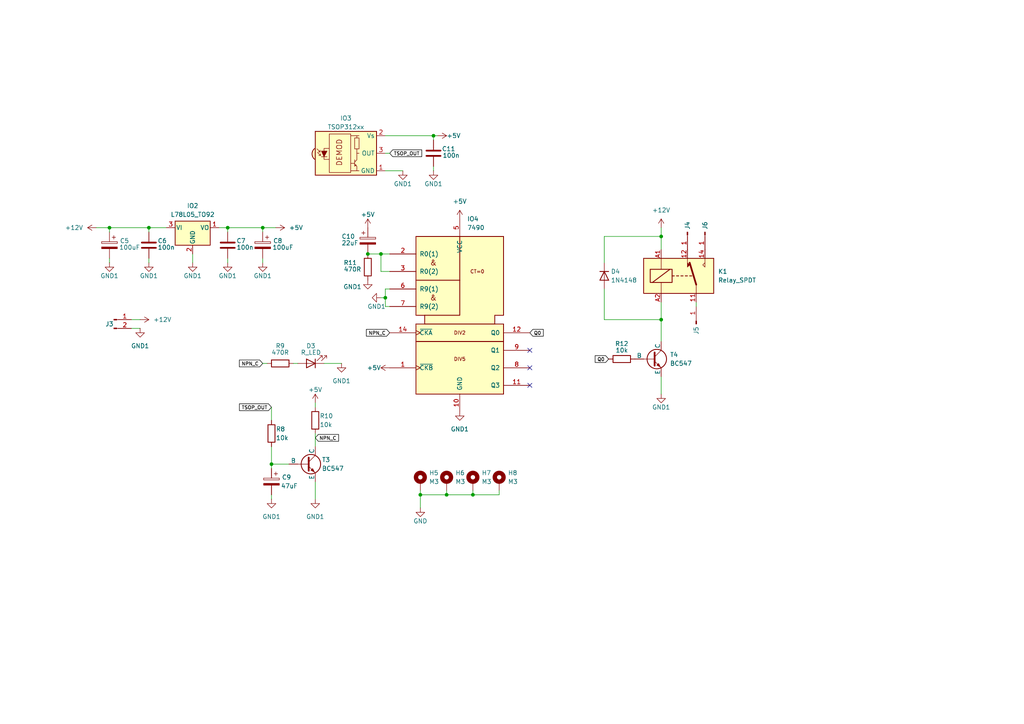
<source format=kicad_sch>
(kicad_sch (version 20250114) (generator "eeschema") (generator_version "9.0")
  (paper "A4")
  (title_block (title "IR Remote") (date "2024-09-17") (rev "v.1.0.0") (comment 3 "IR Remote, School Project "))
  (lib_symbols
    (symbol "74xx_IEEE:7490" (pin_names (offset 1.016))
      (property "Reference" "U" (at 17.78 30.48 0))
      (property "Value" "7490" (at 10.16 -5.08 0))
      (symbol "7490_0_0"
        (rectangle (start -12.7 17.78) (end 12.7 12.7) (stroke (width 0.254)) (fill (type background)))
        (rectangle (start -12.7 12.7) (end 12.7 -2.54) (stroke (width 0.254)) (fill (type background)))
        (polyline (pts (xy -10.16 17.78) (xy -10.16 20.32) (xy -12.7 20.32) (xy -12.7 43.18) (xy 12.7 43.18) (xy 12.7 20.32) (xy 10.16 20.32) (xy 10.16 17.78) (xy 10.16 17.78)) (stroke (width 0.254)) (fill (type background)))
        (polyline (pts (xy 0 43.18) (xy 0 30.48) (xy 0 30.48)) (stroke (width 0.254)) (fill (type background)))
        (polyline (pts (xy 0 30.48) (xy -12.7 30.48) (xy -12.7 30.48)) (stroke (width 0.254)) (fill (type background)))
        (polyline (pts (xy 0 30.48) (xy 0 20.32) (xy -10.16 20.32) (xy -10.16 20.32)) (stroke (width 0.254)) (fill (type background)))
        (text "&" (at -7.62 35.56 0) (effects (font (size 1.524 1.524))))
        (text "&" (at -7.62 25.4 0) (effects (font (size 1.524 1.524))))
        (text "DIV2" (at 0 15.24 0) (effects (font (size 1.016 1.016))))
        (text "DIV5" (at 0 7.62 0) (effects (font (size 1.016 1.016))))
        (text "CT=0" (at 5.08 33.02 0) (effects (font (size 1.016 1.016))))
        (pin power_in line (at 0 48.26 270) (length 5.08) (name "VCC") (number "5"))
        (pin power_in line (at 0 -7.62 90) (length 5.08) (name "GND") (number "10"))
      )
      (symbol "7490_1_1"
        (pin input line (at -20.32 38.1 0) (length 7.62) (name "R0(1)") (number "2"))
        (pin input line (at -20.32 33.02 0) (length 7.62) (name "R0(2)") (number "3"))
        (pin input line (at -20.32 27.94 0) (length 7.62) (name "R9(1)") (number "6"))
        (pin input line (at -20.32 22.86 0) (length 7.62) (name "R9(2)") (number "7"))
        (pin input clock (at -20.32 15.24 0) (length 7.62) (name "~{CKA}") (number "14"))
        (pin input clock (at -20.32 5.08 0) (length 7.62) (name "~{CKB}") (number "1"))
        (pin output line (at 20.32 15.24 180) (length 7.62) (name "Q0") (number "12"))
        (pin output line (at 20.32 10.16 180) (length 7.62) (name "Q1") (number "9"))
        (pin output line (at 20.32 5.08 180) (length 7.62) (name "Q2") (number "8"))
        (pin output line (at 20.32 0 180) (length 7.62) (name "Q3") (number "11"))
      )
    )
    (symbol "Connector:Conn_01x01_Pin" (pin_names (offset 1.016) (hide yes))
      (property "Reference" "J" (at 0 2.54 0))
      (property "Value" "Conn_01x01_Pin" (at 0 -2.54 0))
      (symbol "Conn_01x01_Pin_1_1"
        (rectangle (start 0.8636 0.127) (end 0 -0.127) (stroke (width 0.1524)) (fill (type outline)))
        (polyline (pts (xy 1.27 0) (xy 0.8636 0)) (stroke (width 0.1524)))
        (pin passive line (at 5.08 0 180) (length 3.81) (name "Pin_1") (number "1"))
      )
    )
    (symbol "Connector:Conn_01x02_Pin" (pin_names (offset 1.016) (hide yes))
      (property "Reference" "J" (at 0 2.54 0))
      (property "Value" "Conn_01x02_Pin" (at 0 -5.08 0))
      (symbol "Conn_01x02_Pin_1_1"
        (rectangle (start 0.8636 0.127) (end 0 -0.127) (stroke (width 0.1524)) (fill (type outline)))
        (rectangle (start 0.8636 -2.413) (end 0 -2.667) (stroke (width 0.1524)) (fill (type outline)))
        (polyline (pts (xy 1.27 0) (xy 0.8636 0)) (stroke (width 0.1524)))
        (polyline (pts (xy 1.27 -2.54) (xy 0.8636 -2.54)) (stroke (width 0.1524)))
        (pin passive line (at 5.08 0 180) (length 3.81) (name "Pin_1") (number "1"))
        (pin passive line (at 5.08 -2.54 180) (length 3.81) (name "Pin_2") (number "2"))
      )
    )
    (symbol "Device:C" (pin_numbers (hide yes)) (pin_names (offset 0.254))
      (property "Reference" "C" (at 0.635 2.54 0))
      (property "Value" "C" (at 0.635 -2.54 0))
      (symbol "C_0_1"
        (polyline (pts (xy -2.032 0.762) (xy 2.032 0.762)) (stroke (width 0.508)))
        (polyline (pts (xy -2.032 -0.762) (xy 2.032 -0.762)) (stroke (width 0.508)))
      )
      (symbol "C_1_1"
        (pin passive line (at 0 3.81 270) (length 2.794) (name "~") (number "1"))
        (pin passive line (at 0 -3.81 90) (length 2.794) (name "~") (number "2"))
      )
    )
    (symbol "Device:C_Polarized" (pin_numbers (hide yes)) (pin_names (offset 0.254))
      (property "Reference" "C" (at 0.635 2.54 0))
      (property "Value" "C_Polarized" (at 0.635 -2.54 0))
      (symbol "C_Polarized_0_1"
        (rectangle (start -2.286 0.508) (end 2.286 1.016))
        (polyline (pts (xy -1.778 2.286) (xy -0.762 2.286)))
        (polyline (pts (xy -1.27 2.794) (xy -1.27 1.778)))
        (rectangle (start 2.286 -0.508) (end -2.286 -1.016) (fill (type outline)))
      )
      (symbol "C_Polarized_1_1"
        (pin passive line (at 0 3.81 270) (length 2.794) (name "~") (number "1"))
        (pin passive line (at 0 -3.81 90) (length 2.794) (name "~") (number "2"))
      )
    )
    (symbol "Device:LED" (pin_numbers (hide yes)) (pin_names (offset 1.016) (hide yes))
      (property "Reference" "D" (at 0 2.54 0))
      (property "Value" "LED" (at 0 -2.54 0))
      (symbol "LED_0_1"
        (polyline (pts (xy -3.048 -0.762) (xy -4.572 -2.286) (xy -3.81 -2.286) (xy -4.572 -2.286) (xy -4.572 -1.524)))
        (polyline (pts (xy -1.778 -0.762) (xy -3.302 -2.286) (xy -2.54 -2.286) (xy -3.302 -2.286) (xy -3.302 -1.524)))
        (polyline (pts (xy -1.27 0) (xy 1.27 0)))
        (polyline (pts (xy -1.27 -1.27) (xy -1.27 1.27)) (stroke (width 0.254)))
        (polyline (pts (xy 1.27 -1.27) (xy 1.27 1.27) (xy -1.27 0) (xy 1.27 -1.27)) (stroke (width 0.254)))
      )
      (symbol "LED_1_1"
        (pin passive line (at -3.81 0 0) (length 2.54) (name "K") (number "1"))
        (pin passive line (at 3.81 0 180) (length 2.54) (name "A") (number "2"))
      )
    )
    (symbol "Device:R" (pin_numbers (hide yes)) (pin_names (offset 0))
      (property "Reference" "R" (at 2.032 0 90))
      (property "Value" "R" (at 0 0 90))
      (symbol "R_0_1"
        (rectangle (start -1.016 -2.54) (end 1.016 2.54) (stroke (width 0.254)))
      )
      (symbol "R_1_1"
        (pin passive line (at 0 3.81 270) (length 1.27) (name "~") (number "1"))
        (pin passive line (at 0 -3.81 90) (length 1.27) (name "~") (number "2"))
      )
    )
    (symbol "Diode:1N4148" (pin_numbers (hide yes)) (pin_names (hide yes))
      (property "Reference" "D" (at 0 2.54 0))
      (property "Value" "1N4148" (at 0 -2.54 0))
      (symbol "1N4148_0_1"
        (polyline (pts (xy -1.27 1.27) (xy -1.27 -1.27)) (stroke (width 0.254)))
        (polyline (pts (xy 1.27 1.27) (xy 1.27 -1.27) (xy -1.27 0) (xy 1.27 1.27)) (stroke (width 0.254)))
        (polyline (pts (xy 1.27 0) (xy -1.27 0)))
      )
      (symbol "1N4148_1_1"
        (pin passive line (at -3.81 0 0) (length 2.54) (name "K") (number "1"))
        (pin passive line (at 3.81 0 180) (length 2.54) (name "A") (number "2"))
      )
    )
    (symbol "Interface_Optical:TSOP312xx"
      (property "Reference" "U" (at -10.16 7.62 0))
      (property "Value" "TSOP312xx" (at -10.16 -7.62 0))
      (symbol "TSOP312xx_0_0"
        (arc (start -10.287 -1.778) (mid -11.0899 -0.1905) (end -10.287 1.397) (stroke (width 0.254)) (fill (type background)))
        (polyline (pts (xy 1.905 5.08) (xy 0.127 5.08)))
        (polyline (pts (xy 1.905 -5.08) (xy 0.127 -5.08)))
        (text "DEMOD" (at -3.175 0.254 900) (effects (font (size 1.524 1.524))))
      )
      (symbol "TSOP312xx_0_1"
        (polyline (pts (xy -8.763 0.381) (xy -9.652 1.27)))
        (polyline (pts (xy -8.763 0.381) (xy -9.271 0.381)))
        (polyline (pts (xy -8.763 0.381) (xy -8.763 0.889)))
        (polyline (pts (xy -8.636 -0.635) (xy -9.525 0.254)))
        (polyline (pts (xy -8.636 -0.635) (xy -9.144 -0.635)))
        (polyline (pts (xy -8.636 -0.635) (xy -8.636 -0.127)))
        (polyline (pts (xy -8.382 0.635) (xy -6.731 0.635) (xy -7.62 -1.016) (xy -8.382 0.635)) (fill (type outline)))
        (polyline (pts (xy -8.382 -1.016) (xy -6.731 -1.016)))
        (rectangle (start -6.096 5.588) (end 0.127 -5.588))
        (polyline (pts (xy -6.096 1.397) (xy -7.62 1.397) (xy -7.62 -1.778) (xy -6.096 -1.778)))
        (polyline (pts (xy 1.27 -1.905) (xy 1.27 -3.81)))
        (polyline (pts (xy 1.27 -2.54) (xy 1.905 -1.905) (xy 1.905 0) (xy 2.54 0)))
        (polyline (pts (xy 1.27 -2.921) (xy 0.127 -2.921)))
        (polyline (pts (xy 1.27 -3.175) (xy 1.905 -3.81) (xy 1.905 -5.08) (xy 2.54 -5.08)))
        (polyline (pts (xy 1.397 -3.556) (xy 1.524 -3.556)))
        (polyline (pts (xy 1.651 -3.556) (xy 1.524 -3.556)))
        (polyline (pts (xy 1.651 -3.556) (xy 1.651 -3.302)))
        (polyline (pts (xy 1.905 4.445) (xy 1.905 5.08) (xy 2.54 5.08)))
        (polyline (pts (xy 1.905 0) (xy 1.905 1.27)))
        (rectangle (start 2.54 1.27) (end 1.27 4.445))
        (rectangle (start 7.62 6.35) (end -10.16 -6.35) (stroke (width 0.254)) (fill (type background)))
      )
      (symbol "TSOP312xx_1_1"
        (pin power_in line (at 10.16 5.08 180) (length 2.54) (name "Vs") (number "2"))
        (pin output line (at 10.16 0 180) (length 2.54) (name "OUT") (number "3"))
        (pin power_in line (at 10.16 -5.08 180) (length 2.54) (name "GND") (number "1"))
      )
    )
    (symbol "Mechanical:MountingHole_Pad" (pin_numbers (hide yes)) (pin_names (offset 1.016) (hide yes)) (exclude_from_sim yes) (in_bom no)
      (property "Reference" "H" (at 0 6.35 0))
      (property "Value" "MountingHole_Pad" (at 0 4.445 0))
      (symbol "MountingHole_Pad_0_1"
        (circle (center 0 1.27) (radius 1.27) (stroke (width 1.27)))
      )
      (symbol "MountingHole_Pad_1_1"
        (pin input line (at 0 -2.54 90) (length 2.54) (name "1") (number "1"))
      )
    )
    (symbol "Regulator_Linear:L78L05_TO92" (pin_names (offset 0.254))
      (property "Reference" "U" (at -3.81 3.175 0))
      (property "Value" "L78L05_TO92" (at 0 3.175 0))
      (symbol "L78L05_TO92_0_1"
        (rectangle (start -5.08 -5.08) (end 5.08 1.905) (stroke (width 0.254)) (fill (type background)))
      )
      (symbol "L78L05_TO92_1_1"
        (pin power_in line (at -7.62 0 0) (length 2.54) (name "VI") (number "3"))
        (pin power_in line (at 0 -7.62 90) (length 2.54) (name "GND") (number "2"))
        (pin power_out line (at 7.62 0 180) (length 2.54) (name "VO") (number "1"))
      )
    )
    (symbol "Relay:Relay_SPDT"
      (property "Reference" "K" (at 11.43 3.81 0))
      (property "Value" "Relay_SPDT" (at 11.43 1.27 0))
      (symbol "Relay_SPDT_0_0"
        (polyline (pts (xy 7.62 5.08) (xy 7.62 2.54) (xy 6.985 3.175) (xy 7.62 3.81)))
      )
      (symbol "Relay_SPDT_0_1"
        (rectangle (start -10.16 5.08) (end 10.16 -5.08) (stroke (width 0.254)) (fill (type background)))
        (rectangle (start -8.255 1.905) (end -1.905 -1.905) (stroke (width 0.254)))
        (polyline (pts (xy -7.62 -1.905) (xy -2.54 1.905)) (stroke (width 0.254)))
        (polyline (pts (xy -5.08 5.08) (xy -5.08 1.905)))
        (polyline (pts (xy -5.08 -5.08) (xy -5.08 -1.905)))
        (polyline (pts (xy -1.905 0) (xy -1.27 0)) (stroke (width 0.254)))
        (polyline (pts (xy -0.635 0) (xy 0 0)) (stroke (width 0.254)))
        (polyline (pts (xy 0.635 0) (xy 1.27 0)) (stroke (width 0.254)))
        (polyline (pts (xy 1.905 0) (xy 2.54 0)) (stroke (width 0.254)))
        (polyline (pts (xy 2.54 5.08) (xy 2.54 2.54) (xy 3.175 3.175) (xy 2.54 3.81)) (fill (type outline)))
        (polyline (pts (xy 3.175 0) (xy 3.81 0)) (stroke (width 0.254)))
        (polyline (pts (xy 5.08 -2.54) (xy 3.175 3.81)) (stroke (width 0.508)))
        (polyline (pts (xy 5.08 -2.54) (xy 5.08 -5.08)))
      )
      (symbol "Relay_SPDT_1_1"
        (pin passive line (at -5.08 7.62 270) (length 2.54) (name "~") (number "A1"))
        (pin passive line (at -5.08 -7.62 90) (length 2.54) (name "~") (number "A2"))
        (pin passive line (at 2.54 7.62 270) (length 2.54) (name "~") (number "12"))
        (pin passive line (at 5.08 -7.62 90) (length 2.54) (name "~") (number "11"))
        (pin passive line (at 7.62 7.62 270) (length 2.54) (name "~") (number "14"))
      )
    )
    (symbol "Simulation_SPICE:NPN" (pin_numbers (hide yes)) (pin_names (offset 0))
      (property "Reference" "Q" (at -2.54 7.62 0))
      (property "Value" "NPN" (at -2.54 5.08 0))
      (symbol "NPN_0_1"
        (polyline (pts (xy -2.54 0) (xy 0.635 0)) (stroke (width 0.1524)))
        (polyline (pts (xy 0.635 1.905) (xy 0.635 -1.905) (xy 0.635 -1.905)) (stroke (width 0.508)))
        (polyline (pts (xy 0.635 0.635) (xy 2.54 2.54)))
        (polyline (pts (xy 0.635 -0.635) (xy 2.54 -2.54) (xy 2.54 -2.54)))
        (circle (center 1.27 0) (radius 2.8194) (stroke (width 0.254)))
        (polyline (pts (xy 1.27 -1.778) (xy 1.778 -1.27) (xy 2.286 -2.286) (xy 1.27 -1.778) (xy 1.27 -1.778)) (fill (type outline)))
        (polyline (pts (xy 2.794 -1.27) (xy 2.794 -1.27)) (stroke (width 0.1524)))
        (polyline (pts (xy 2.794 -1.27) (xy 2.794 -1.27)) (stroke (width 0.1524)))
      )
      (symbol "NPN_1_1"
        (pin input line (at -5.08 0 0) (length 2.54) (name "B") (number "2"))
        (pin open_collector line (at 2.54 5.08 270) (length 2.54) (name "C") (number "1"))
        (pin open_emitter line (at 2.54 -5.08 90) (length 2.54) (name "E") (number "3"))
      )
    )
    (symbol "power:+12V" (power) (pin_numbers (hide yes)) (pin_names (offset 0) (hide yes))
      (property "Value" "+12V" (at 0 3.556 0))
      (symbol "+12V_0_1"
        (polyline (pts (xy -0.762 1.27) (xy 0 2.54)))
        (polyline (pts (xy 0 2.54) (xy 0.762 1.27)))
        (polyline (pts (xy 0 0) (xy 0 2.54)))
      )
      (symbol "+12V_1_1"
        (pin power_in line (at 0 0 90) (length 0) (name "~") (number "1"))
      )
    )
    (symbol "power:+5V" (power) (pin_numbers (hide yes)) (pin_names (offset 0) (hide yes))
      (property "Value" "+5V" (at 0 3.556 0))
      (symbol "+5V_0_1"
        (polyline (pts (xy -0.762 1.27) (xy 0 2.54)))
        (polyline (pts (xy 0 2.54) (xy 0.762 1.27)))
        (polyline (pts (xy 0 0) (xy 0 2.54)))
      )
      (symbol "+5V_1_1"
        (pin power_in line (at 0 0 90) (length 0) (name "~") (number "1"))
      )
    )
    (symbol "power:GND" (power) (pin_numbers (hide yes)) (pin_names (offset 0) (hide yes))
      (property "Value" "GND" (at 0 -3.81 0))
      (symbol "GND_0_1"
        (polyline (pts (xy 0 0) (xy 0 -1.27) (xy 1.27 -1.27) (xy 0 -2.54) (xy -1.27 -1.27) (xy 0 -1.27)))
      )
      (symbol "GND_1_1"
        (pin power_in line (at 0 0 270) (length 0) (name "~") (number "1"))
      )
    )
    (symbol "power:GND1" (power) (pin_numbers (hide yes)) (pin_names (offset 0) (hide yes))
      (property "Value" "GND1" (at 0 -3.81 0))
      (symbol "GND1_0_1"
        (polyline (pts (xy 0 0) (xy 0 -1.27) (xy 1.27 -1.27) (xy 0 -2.54) (xy -1.27 -1.27) (xy 0 -1.27)))
      )
      (symbol "GND1_1_1"
        (pin power_in line (at 0 0 270) (length 0) (name "~") (number "1"))
      )
    )
  )
  (junction (at 76.2 66.04))
  (junction (at 191.77 92.71))
  (junction (at 137.16 143.51))
  (junction (at 121.92 143.51))
  (junction (at 191.77 68.58))
  (junction (at 110.49 73.66))
  (junction (at 125.73 39.37))
  (junction (at 129.54 143.51))
  (junction (at 66.04 66.04))
  (junction (at 43.18 66.04))
  (junction (at 31.75 66.04))
  (junction (at 106.68 73.66))
  (junction (at 111.76 86.36))
  (junction (at 78.74 134.62))
  (no_connect (at 153.67 111.76))
  (no_connect (at 153.67 106.68))
  (no_connect (at 153.67 101.6))
  (wire (pts (xy 27.94 66.04) (xy 31.75 66.04)))
  (wire (pts (xy 175.26 83.82) (xy 175.26 92.71)))
  (wire (pts (xy 43.18 66.04) (xy 48.26 66.04)))
  (wire (pts (xy 191.77 114.3) (xy 191.77 109.22)))
  (wire (pts (xy 110.49 73.66) (xy 113.03 73.66)))
  (wire (pts (xy 201.93 87.63) (xy 201.93 88.9)))
  (wire (pts (xy 78.74 129.54) (xy 78.74 134.62)))
  (wire (pts (xy 113.03 83.82) (xy 111.76 83.82)))
  (wire (pts (xy 55.88 76.2) (xy 55.88 73.66)))
  (wire (pts (xy 127 39.37) (xy 125.73 39.37)))
  (wire (pts (xy 43.18 74.93) (xy 43.18 76.2)))
  (wire (pts (xy 110.49 78.74) (xy 110.49 73.66)))
  (wire (pts (xy 129.54 143.51) (xy 137.16 143.51)))
  (wire (pts (xy 63.5 66.04) (xy 66.04 66.04)))
  (wire (pts (xy 125.73 40.64) (xy 125.73 39.37)))
  (wire (pts (xy 66.04 66.04) (xy 66.04 67.31)))
  (wire (pts (xy 31.75 74.93) (xy 31.75 76.2)))
  (wire (pts (xy 111.76 83.82) (xy 111.76 86.36)))
  (wire (pts (xy 191.77 66.04) (xy 191.77 68.58)))
  (wire (pts (xy 110.49 78.74) (xy 113.03 78.74)))
  (wire (pts (xy 78.74 134.62) (xy 78.74 135.89)))
  (wire (pts (xy 121.92 143.51) (xy 129.54 143.51)))
  (wire (pts (xy 116.84 49.53) (xy 111.76 49.53)))
  (wire (pts (xy 111.76 39.37) (xy 125.73 39.37)))
  (wire (pts (xy 175.26 76.2) (xy 175.26 68.58)))
  (wire (pts (xy 31.75 66.04) (xy 31.75 67.31)))
  (wire (pts (xy 86.36 105.41) (xy 85.09 105.41)))
  (wire (pts (xy 78.74 118.11) (xy 78.74 121.92)))
  (wire (pts (xy 31.75 66.04) (xy 43.18 66.04)))
  (wire (pts (xy 78.74 144.78) (xy 78.74 143.51)))
  (wire (pts (xy 111.76 88.9) (xy 113.03 88.9)))
  (wire (pts (xy 191.77 99.06) (xy 191.77 92.71)))
  (wire (pts (xy 38.1 95.25) (xy 40.64 95.25)))
  (wire (pts (xy 76.2 105.41) (xy 77.47 105.41)))
  (wire (pts (xy 121.92 143.51) (xy 121.92 142.24)))
  (wire (pts (xy 66.04 66.04) (xy 76.2 66.04)))
  (wire (pts (xy 137.16 143.51) (xy 144.78 143.51)))
  (wire (pts (xy 144.78 143.51) (xy 144.78 142.24)))
  (wire (pts (xy 91.44 116.84) (xy 91.44 118.11)))
  (wire (pts (xy 76.2 74.93) (xy 76.2 76.2)))
  (wire (pts (xy 66.04 74.93) (xy 66.04 76.2)))
  (wire (pts (xy 91.44 125.73) (xy 91.44 129.54)))
  (wire (pts (xy 175.26 68.58) (xy 191.77 68.58)))
  (wire (pts (xy 129.54 143.51) (xy 129.54 142.24)))
  (wire (pts (xy 43.18 66.04) (xy 43.18 67.31)))
  (wire (pts (xy 40.64 92.71) (xy 38.1 92.71)))
  (wire (pts (xy 175.26 92.71) (xy 191.77 92.71)))
  (wire (pts (xy 99.06 105.41) (xy 93.98 105.41)))
  (wire (pts (xy 76.2 67.31) (xy 76.2 66.04)))
  (wire (pts (xy 111.76 86.36) (xy 111.76 88.9)))
  (wire (pts (xy 137.16 143.51) (xy 137.16 142.24)))
  (wire (pts (xy 110.49 86.36) (xy 111.76 86.36)))
  (wire (pts (xy 191.77 68.58) (xy 191.77 72.39)))
  (wire (pts (xy 113.03 44.45) (xy 111.76 44.45)))
  (wire (pts (xy 91.44 144.78) (xy 91.44 139.7)))
  (wire (pts (xy 80.01 66.04) (xy 76.2 66.04)))
  (wire (pts (xy 106.68 73.66) (xy 110.49 73.66)))
  (wire (pts (xy 121.92 147.32) (xy 121.92 143.51)))
  (wire (pts (xy 191.77 92.71) (xy 191.77 87.63)))
  (wire (pts (xy 125.73 49.53) (xy 125.73 48.26)))
  (wire (pts (xy 83.82 134.62) (xy 78.74 134.62)))
  (global_label "Q0" (shape input) (at 153.67 96.52 0) (effects (font (size 1 1))) (property "Intersheetrefs" "${INTERSHEET_REFS}" (effects (hide yes))))
  (global_label "NPN_C" (shape input) (at 91.44 127 0) (effects (font (size 1 1))) (property "Intersheetrefs" "${INTERSHEET_REFS}" (effects (hide yes))))
  (global_label "TSOP_OUT" (shape input) (at 113.03 44.45 0) (effects (font (size 1 1))) (property "Intersheetrefs" "${INTERSHEET_REFS}" (effects (hide yes))))
  (global_label "NPN_C" (shape input) (at 113.03 96.52 180) (effects (font (size 1 1))) (property "Intersheetrefs" "${INTERSHEET_REFS}" (effects (hide yes))))
  (global_label "Q0" (shape input) (at 176.53 104.14 180) (effects (font (size 1 1))) (property "Intersheetrefs" "${INTERSHEET_REFS}" (effects (hide yes))))
  (global_label "TSOP_OUT" (shape input) (at 78.74 118.11 180) (effects (font (size 1 1))) (property "Intersheetrefs" "${INTERSHEET_REFS}" (effects (hide yes))))
  (global_label "NPN_C" (shape input) (at 76.2 105.41 180) (effects (font (size 1 1))) (property "Intersheetrefs" "${INTERSHEET_REFS}" (effects (hide yes))))
  (symbol (lib_id "Device:LED") (at 90.17 105.41 180) (unit 1)
    (property "Reference" "D3" (at 90.17 100.33 0))
    (property "Value" "R_LED" (at 90.17 102.235 0))
    (property "Footprint" "LED_THT:LED_D5.0mm" (effects (hide yes)))
    (property "Description" "Light emitting diode" (effects (hide yes)))
  )
  (symbol (lib_id "Device:R") (at 81.28 105.41 270) (unit 1)
    (property "Reference" "R9" (at 81.28 100.33 90))
    (property "Value" "470R" (at 81.28 102.235 90))
    (property "Footprint" "Resistor_THT:R_Axial_DIN0207_L6.3mm_D2.5mm_P10.16mm_Horizontal" (effects (hide yes)))
    (property "Description" "Resistor" (effects (hide yes)))
  )
  (symbol (lib_id "power:GND1") (at 116.84 49.53 0) (unit 1)
    (property "Reference" "#PWR031" (effects (hide yes)))
    (property "Value" "GND1" (at 116.84 53.34 0))
    (property "Description" "Power symbol creates a global label with name \"GND1\" , ground" (effects (hide yes)))
  )
  (symbol (lib_id "power:GND1") (at 66.04 76.2 0) (unit 1)
    (property "Reference" "#PWR020" (effects (hide yes)))
    (property "Value" "GND1" (at 66.04 80.01 0))
    (property "Description" "Power symbol creates a global label with name \"GND1\" , ground" (effects (hide yes)))
  )
  (symbol (lib_id "power:GND1") (at 76.2 76.2 0) (unit 1)
    (property "Reference" "#PWR021" (effects (hide yes)))
    (property "Value" "GND1" (at 76.2 80.01 0))
    (property "Description" "Power symbol creates a global label with name \"GND1\" , ground" (effects (hide yes)))
  )
  (symbol (lib_id "Relay:Relay_SPDT") (at 196.85 80.01 0) (unit 1)
    (property "Reference" "K1" (at 208.28 78.7399 0) (effects (justify left)))
    (property "Value" "Relay_SPDT" (at 208.28 81.2799 0) (effects (justify left)))
    (property "Footprint" "Relay_THT:Relay_SPDT_Finder_36.11" (effects (hide yes)))
    (property "Description" "Monostable Relay SPDT, EN50005" (effects (hide yes)))
  )
  (symbol (lib_id "Regulator_Linear:L78L05_TO92") (at 55.88 66.04 0) (unit 1)
    (property "Reference" "IO2" (at 55.88 59.69 0))
    (property "Value" "L78L05_TO92" (at 55.88 62.23 0))
    (property "Footprint" "Package_TO_SOT_THT:TO-92_Inline_Wide" (effects (hide yes)))
    (property "Datasheet" "http://www.st.com/content/ccc/resource/technical/document/datasheet/15/55/e5/aa/23/5b/43/fd/CD00000446.pdf/files/CD00000446.pdf/jcr:content/translations/en.CD00000446.pdf" (effects (hide yes)))
    (property "Description" "Positive 100mA 30V Linear Regulator, Fixed Output 5V, TO-92" (effects (hide yes)))
  )
  (symbol (lib_id "power:GND1") (at 55.88 76.2 0) (unit 1)
    (property "Reference" "#PWR019" (effects (hide yes)))
    (property "Value" "GND1" (at 55.88 80.01 0))
    (property "Description" "Power symbol creates a global label with name \"GND1\" , ground" (effects (hide yes)))
  )
  (symbol (lib_id "Device:C") (at 125.73 44.45 0) (mirror y) (unit 1)
    (property "Reference" "C11" (at 132.08 43.18 0) (effects (justify left)))
    (property "Value" "100n" (at 133.35 45.085 0) (effects (justify left)))
    (property "Footprint" "Capacitor_THT:C_Disc_D7.5mm_W5.0mm_P10.00mm" (effects (hide yes)))
    (property "Description" "Unpolarized capacitor" (effects (hide yes)))
  )
  (symbol (lib_id "Mechanical:MountingHole_Pad") (at 129.54 139.7 0) (unit 1) (in_bom no)
    (property "Reference" "H6" (at 132.08 137.1599 0) (effects (justify left)))
    (property "Value" "M3" (at 132.08 139.6999 0) (effects (justify left)))
    (property "Footprint" "MountingHole:MountingHole_3.2mm_M3_ISO7380_Pad" (effects (hide yes)))
    (property "Description" "Mounting Hole with connection" (effects (hide yes)))
  )
  (symbol (lib_id "Device:C_Polarized") (at 76.2 71.12 0) (mirror y) (unit 1)
    (property "Reference" "C8" (at 81.915 69.85 0) (effects (justify left)))
    (property "Value" "100uF" (at 85.09 71.755 0) (effects (justify left)))
    (property "Footprint" "Capacitor_THT:CP_Radial_D6.3mm_P2.50mm" (effects (hide yes)))
  )
  (symbol (lib_id "Simulation_SPICE:NPN") (at 189.23 104.14 0) (unit 1)
    (property "Reference" "T4" (at 194.31 102.8699 0) (effects (justify left)))
    (property "Value" "BC547" (at 194.31 105.4099 0) (effects (justify left)))
    (property "Footprint" "Package_TO_SOT_THT:TO-92_Inline_Wide" (effects (hide yes)))
    (property "Datasheet" "https://ngspice.sourceforge.io/docs/ngspice-html-manual/manual.xhtml#cha_BJTs" (effects (hide yes)))
    (property "Description" "Bipolar transistor symbol for simulation only, substrate tied to the emitter" (effects (hide yes)))
    (property "Sim.Device" "NPN" (effects (hide yes)))
    (property "Sim.Type" "GUMMELPOON" (effects (hide yes)))
    (property "Sim.Pins" "1=C 2=B 3=E" (effects (hide yes)))
  )
  (symbol (lib_id "power:GND") (at 121.92 147.32 0) (unit 1)
    (property "Reference" "#PWR032" (effects (hide yes)))
    (property "Value" "GND" (at 121.92 151.13 0))
    (property "Description" "Power symbol creates a global label with name \"GND\" , ground" (effects (hide yes)))
  )
  (symbol (lib_id "power:GND1") (at 191.77 114.3 0) (unit 1)
    (property "Reference" "#PWR038" (effects (hide yes)))
    (property "Value" "GND1" (at 191.77 118.11 0))
    (property "Description" "Power symbol creates a global label with name \"GND1\" , ground" (effects (hide yes)))
  )
  (symbol (lib_id "power:+5V") (at 133.35 63.5 0) (unit 1)
    (property "Reference" "#PWR035" (effects (hide yes)))
    (property "Value" "+5V" (at 133.35 58.42 0))
    (property "Description" "Power symbol creates a global label with name \"+5V\"" (effects (hide yes)))
  )
  (symbol (lib_id "Diode:1N4148") (at 175.26 80.01 270) (unit 1)
    (property "Reference" "D4" (at 177.165 78.74 90) (effects (justify left)))
    (property "Value" "1N4148" (at 177.165 81.28 90) (effects (justify left)))
    (property "Footprint" "Diode_THT:D_DO-35_SOD27_P7.62mm_Horizontal" (effects (hide yes)))
    (property "Datasheet" "https://assets.nexperia.com/documents/data-sheet/1N4148_1N4448.pdf" (effects (hide yes)))
    (property "Description" "100V 0.15A standard switching diode, DO-35" (effects (hide yes)))
    (property "Sim.Device" "D" (effects (hide yes)))
    (property "Sim.Pins" "1=K 2=A" (effects (hide yes)))
  )
  (symbol (lib_id "Device:R") (at 91.44 121.92 0) (unit 1)
    (property "Reference" "R10" (at 92.71 120.65 0) (effects (justify left)))
    (property "Value" "10k" (at 92.71 123.19 0) (effects (justify left)))
    (property "Footprint" "Resistor_THT:R_Axial_DIN0207_L6.3mm_D2.5mm_P10.16mm_Horizontal" (effects (hide yes)))
    (property "Description" "Resistor" (effects (hide yes)))
  )
  (symbol (lib_id "power:GND1") (at 40.64 95.25 0) (unit 1)
    (property "Reference" "#PWR017" (effects (hide yes)))
    (property "Value" "GND1" (at 40.64 100.33 0))
    (property "Description" "Power symbol creates a global label with name \"GND1\" , ground" (effects (hide yes)))
  )
  (symbol (lib_id "Mechanical:MountingHole_Pad") (at 144.78 139.7 0) (unit 1) (in_bom no)
    (property "Reference" "H8" (at 147.32 137.1599 0) (effects (justify left)))
    (property "Value" "M3" (at 147.32 139.6999 0) (effects (justify left)))
    (property "Footprint" "MountingHole:MountingHole_3.2mm_M3_ISO7380_Pad" (effects (hide yes)))
    (property "Description" "Mounting Hole with connection" (effects (hide yes)))
  )
  (symbol (lib_id "power:GND1") (at 106.68 81.28 0) (unit 1)
    (property "Reference" "#PWR028" (effects (hide yes)))
    (property "Value" "GND1" (at 102.235 83.185 0))
    (property "Description" "Power symbol creates a global label with name \"GND1\" , ground" (effects (hide yes)))
  )
  (symbol (lib_id "Device:C") (at 66.04 71.12 0) (mirror x) (unit 1)
    (property "Reference" "C7" (at 68.58 69.85 0) (effects (justify left)))
    (property "Value" "100n" (at 68.58 71.755 0) (effects (justify left)))
    (property "Footprint" "Capacitor_THT:C_Disc_D7.5mm_W5.0mm_P10.00mm" (effects (hide yes)))
    (property "Description" "Unpolarized capacitor" (effects (hide yes)))
  )
  (symbol (lib_id "Connector:Conn_01x01_Pin") (at 201.93 93.98 90) (unit 1)
    (property "Reference" "J5" (at 201.93 95.885 0))
    (property "Value" "Conn_01x01_Pin" (effects (hide yes)))
    (property "Footprint" "Connector_PinHeader_2.54mm:PinHeader_1x01_P2.54mm_Vertical" (effects (hide yes)))
    (property "Description" "Generic connector, single row, 01x01, script generated" (effects (hide yes)))
  )
  (symbol (lib_id "Device:C_Polarized") (at 106.68 69.85 0) (unit 1)
    (property "Reference" "C10" (at 99.06 68.58 0) (effects (justify left)))
    (property "Value" "22uF" (at 99.06 70.485 0) (effects (justify left)))
    (property "Footprint" "Capacitor_THT:CP_Radial_D6.3mm_P2.50mm" (effects (hide yes)))
  )
  (symbol (lib_id "Device:R") (at 106.68 77.47 180) (unit 1)
    (property "Reference" "R11" (at 101.6 76.2 0))
    (property "Value" "470R" (at 102.235 78.105 0))
    (property "Footprint" "Resistor_THT:R_Axial_DIN0207_L6.3mm_D2.5mm_P10.16mm_Horizontal" (effects (hide yes)))
    (property "Description" "Resistor" (effects (hide yes)))
  )
  (symbol (lib_id "power:+12V") (at 27.94 66.04 90) (unit 1)
    (property "Reference" "#PWR014" (effects (hide yes)))
    (property "Value" "+12V" (at 24.13 66.0399 90) (effects (justify left)))
    (property "Description" "Power symbol creates a global label with name \"+12V\"" (effects (hide yes)))
  )
  (symbol (lib_id "Mechanical:MountingHole_Pad") (at 121.92 139.7 0) (unit 1) (in_bom no)
    (property "Reference" "H5" (at 124.46 137.1599 0) (effects (justify left)))
    (property "Value" "M3" (at 124.46 139.6999 0) (effects (justify left)))
    (property "Footprint" "MountingHole:MountingHole_3.2mm_M3_ISO7380_Pad" (effects (hide yes)))
    (property "Description" "Mounting Hole with connection" (effects (hide yes)))
  )
  (symbol (lib_id "power:+12V") (at 40.64 92.71 270) (unit 1)
    (property "Reference" "#PWR016" (effects (hide yes)))
    (property "Value" "+12V" (at 44.45 92.7099 90) (effects (justify left)))
    (property "Description" "Power symbol creates a global label with name \"+12V\"" (effects (hide yes)))
  )
  (symbol (lib_id "power:GND1") (at 91.44 144.78 0) (unit 1)
    (property "Reference" "#PWR025" (effects (hide yes)))
    (property "Value" "GND1" (at 91.44 149.86 0))
    (property "Description" "Power symbol creates a global label with name \"GND1\" , ground" (effects (hide yes)))
  )
  (symbol (lib_id "power:+5V") (at 91.44 116.84 0) (unit 1)
    (property "Reference" "#PWR024" (effects (hide yes)))
    (property "Value" "+5V" (at 91.44 113.03 0))
    (property "Description" "Power symbol creates a global label with name \"+5V\"" (effects (hide yes)))
  )
  (symbol (lib_id "power:GND1") (at 125.73 49.53 0) (unit 1)
    (property "Reference" "#PWR033" (effects (hide yes)))
    (property "Value" "GND1" (at 125.73 53.34 0))
    (property "Description" "Power symbol creates a global label with name \"GND1\" , ground" (effects (hide yes)))
  )
  (symbol (lib_id "power:+5V") (at 113.03 106.68 90) (unit 1)
    (property "Reference" "#PWR030" (effects (hide yes)))
    (property "Value" "+5V" (at 110.49 106.68 90) (effects (justify left)))
    (property "Description" "Power symbol creates a global label with name \"+5V\"" (effects (hide yes)))
  )
  (symbol (lib_id "power:GND1") (at 110.49 86.36 270) (unit 1)
    (property "Reference" "#PWR029" (effects (hide yes)))
    (property "Value" "GND1" (at 109.22 88.9 90))
    (property "Description" "Power symbol creates a global label with name \"GND1\" , ground" (effects (hide yes)))
  )
  (symbol (lib_id "74xx_IEEE:7490") (at 133.35 111.76 0) (unit 1)
    (property "Reference" "IO4" (at 135.4933 63.5 0) (effects (justify left)))
    (property "Value" "7490" (at 135.4933 66.04 0) (effects (justify left)))
    (property "Footprint" "Package_DIP:DIP-14_W7.62mm" (effects (hide yes)))
  )
  (symbol (lib_id "Device:C_Polarized") (at 78.74 139.7 0) (mirror y) (unit 1)
    (property "Reference" "C9" (at 84.455 138.43 0) (effects (justify left)))
    (property "Value" "47uF" (at 86.36 140.97 0) (effects (justify left)))
    (property "Footprint" "Capacitor_THT:CP_Radial_D6.3mm_P2.50mm" (effects (hide yes)))
  )
  (symbol (lib_id "power:GND1") (at 99.06 105.41 0) (unit 1)
    (property "Reference" "#PWR026" (effects (hide yes)))
    (property "Value" "GND1" (at 99.06 110.49 0))
    (property "Description" "Power symbol creates a global label with name \"GND1\" , ground" (effects (hide yes)))
  )
  (symbol (lib_id "Device:R") (at 78.74 125.73 0) (unit 1)
    (property "Reference" "R8" (at 80.01 124.46 0) (effects (justify left)))
    (property "Value" "10k" (at 80.01 127 0) (effects (justify left)))
    (property "Footprint" "Resistor_THT:R_Axial_DIN0207_L6.3mm_D2.5mm_P10.16mm_Horizontal" (effects (hide yes)))
    (property "Description" "Resistor" (effects (hide yes)))
  )
  (symbol (lib_id "Connector:Conn_01x01_Pin") (at 199.39 67.31 270) (unit 1)
    (property "Reference" "J4" (at 199.39 65.405 0))
    (property "Value" "Conn_01x01_Pin" (effects (hide yes)))
    (property "Footprint" "Connector_PinHeader_2.54mm:PinHeader_1x01_P2.54mm_Vertical" (effects (hide yes)))
    (property "Description" "Generic connector, single row, 01x01, script generated" (effects (hide yes)))
  )
  (symbol (lib_id "power:+5V") (at 80.01 66.04 270) (unit 1)
    (property "Reference" "#PWR022" (effects (hide yes)))
    (property "Value" "+5V" (at 83.82 66.0399 90) (effects (justify left)))
    (property "Description" "Power symbol creates a global label with name \"+5V\"" (effects (hide yes)))
  )
  (symbol (lib_id "power:GND1") (at 133.35 119.38 0) (unit 1)
    (property "Reference" "#PWR036" (effects (hide yes)))
    (property "Value" "GND1" (at 133.35 124.46 0))
    (property "Description" "Power symbol creates a global label with name \"GND1\" , ground" (effects (hide yes)))
  )
  (symbol (lib_id "Connector:Conn_01x02_Pin") (at 33.02 92.71 0) (unit 1)
    (property "Reference" "J3" (at 31.75 93.98 0))
    (property "Value" "Conn_01x02_Pin" (effects (hide yes)))
    (property "Footprint" "Connector_PinHeader_2.54mm:PinHeader_1x02_P2.54mm_Vertical" (effects (hide yes)))
    (property "Description" "Generic connector, single row, 01x02, script generated" (effects (hide yes)))
  )
  (symbol (lib_id "Simulation_SPICE:NPN") (at 88.9 134.62 0) (unit 1)
    (property "Reference" "T3" (at 93.345 133.35 0) (effects (justify left)))
    (property "Value" "BC547" (at 93.345 135.89 0) (effects (justify left)))
    (property "Footprint" "Package_TO_SOT_THT:TO-92_Inline_Wide" (effects (hide yes)))
    (property "Datasheet" "https://ngspice.sourceforge.io/docs/ngspice-html-manual/manual.xhtml#cha_BJTs" (effects (hide yes)))
    (property "Description" "Bipolar transistor symbol for simulation only, substrate tied to the emitter" (effects (hide yes)))
    (property "Sim.Device" "NPN" (effects (hide yes)))
    (property "Sim.Type" "GUMMELPOON" (effects (hide yes)))
    (property "Sim.Pins" "1=C 2=B 3=E" (effects (hide yes)))
  )
  (symbol (lib_id "power:GND1") (at 43.18 76.2 0) (unit 1)
    (property "Reference" "#PWR018" (effects (hide yes)))
    (property "Value" "GND1" (at 43.18 80.01 0))
    (property "Description" "Power symbol creates a global label with name \"GND1\" , ground" (effects (hide yes)))
  )
  (symbol (lib_id "power:+5V") (at 106.68 66.04 0) (unit 1)
    (property "Reference" "#PWR027" (effects (hide yes)))
    (property "Value" "+5V" (at 106.68 62.23 0))
    (property "Description" "Power symbol creates a global label with name \"+5V\"" (effects (hide yes)))
  )
  (symbol (lib_id "Device:C_Polarized") (at 31.75 71.12 0) (mirror y) (unit 1)
    (property "Reference" "C5" (at 37.465 69.85 0) (effects (justify left)))
    (property "Value" "100uF" (at 40.64 71.755 0) (effects (justify left)))
    (property "Footprint" "Capacitor_THT:CP_Radial_D6.3mm_P2.50mm" (effects (hide yes)))
  )
  (symbol (lib_id "power:GND1") (at 31.75 76.2 0) (unit 1)
    (property "Reference" "#PWR015" (effects (hide yes)))
    (property "Value" "GND1" (at 31.75 80.01 0))
    (property "Description" "Power symbol creates a global label with name \"GND1\" , ground" (effects (hide yes)))
  )
  (symbol (lib_id "Mechanical:MountingHole_Pad") (at 137.16 139.7 0) (unit 1) (in_bom no)
    (property "Reference" "H7" (at 139.7 137.1599 0) (effects (justify left)))
    (property "Value" "M3" (at 139.7 139.6999 0) (effects (justify left)))
    (property "Footprint" "MountingHole:MountingHole_3.2mm_M3_ISO7380_Pad" (effects (hide yes)))
    (property "Description" "Mounting Hole with connection" (effects (hide yes)))
  )
  (symbol (lib_id "Device:R") (at 180.34 104.14 90) (unit 1)
    (property "Reference" "R12" (at 180.34 99.695 90))
    (property "Value" "10k" (at 180.34 101.6 90))
    (property "Footprint" "Resistor_THT:R_Axial_DIN0207_L6.3mm_D2.5mm_P10.16mm_Horizontal" (effects (hide yes)))
    (property "Description" "Resistor" (effects (hide yes)))
  )
  (symbol (lib_id "power:+12V") (at 191.77 66.04 0) (unit 1)
    (property "Reference" "#PWR037" (effects (hide yes)))
    (property "Value" "+12V" (at 191.77 60.96 0))
    (property "Description" "Power symbol creates a global label with name \"+12V\"" (effects (hide yes)))
  )
  (symbol (lib_id "power:+5V") (at 127 39.37 270) (unit 1)
    (property "Reference" "#PWR034" (effects (hide yes)))
    (property "Value" "+5V" (at 129.54 39.37 90) (effects (justify left)))
    (property "Description" "Power symbol creates a global label with name \"+5V\"" (effects (hide yes)))
  )
  (symbol (lib_id "Connector:Conn_01x01_Pin") (at 204.47 67.31 270) (unit 1)
    (property "Reference" "J6" (at 204.47 65.405 0))
    (property "Value" "Conn_01x01_Pin" (effects (hide yes)))
    (property "Footprint" "Connector_PinHeader_2.54mm:PinHeader_1x01_P2.54mm_Vertical" (effects (hide yes)))
    (property "Description" "Generic connector, single row, 01x01, script generated" (effects (hide yes)))
  )
  (symbol (lib_id "power:GND1") (at 78.74 144.78 0) (unit 1)
    (property "Reference" "#PWR023" (effects (hide yes)))
    (property "Value" "GND1" (at 78.74 149.86 0))
    (property "Description" "Power symbol creates a global label with name \"GND1\" , ground" (effects (hide yes)))
  )
  (symbol (lib_id "Device:C") (at 43.18 71.12 0) (mirror x) (unit 1)
    (property "Reference" "C6" (at 45.72 69.85 0) (effects (justify left)))
    (property "Value" "100n" (at 45.72 71.755 0) (effects (justify left)))
    (property "Footprint" "Capacitor_THT:C_Disc_D7.5mm_W5.0mm_P10.00mm" (effects (hide yes)))
    (property "Description" "Unpolarized capacitor" (effects (hide yes)))
  )
  (symbol (lib_id "Interface_Optical:TSOP312xx") (at 101.6 44.45 0) (unit 1)
    (property "Reference" "IO3" (at 100.33 34.29 0))
    (property "Value" "TSOP312xx" (at 100.33 36.83 0))
    (property "Footprint" "OptoDevice:Vishay_CAST-3Pin" (effects (hide yes)))
    (property "Datasheet" "http://www.vishay.com/docs/82492/tsop312.pdf" (effects (hide yes)))
    (property "Description" "Photo Modules for PCM Remote Control Systems" (effects (hide yes)))
  )
)
</source>
